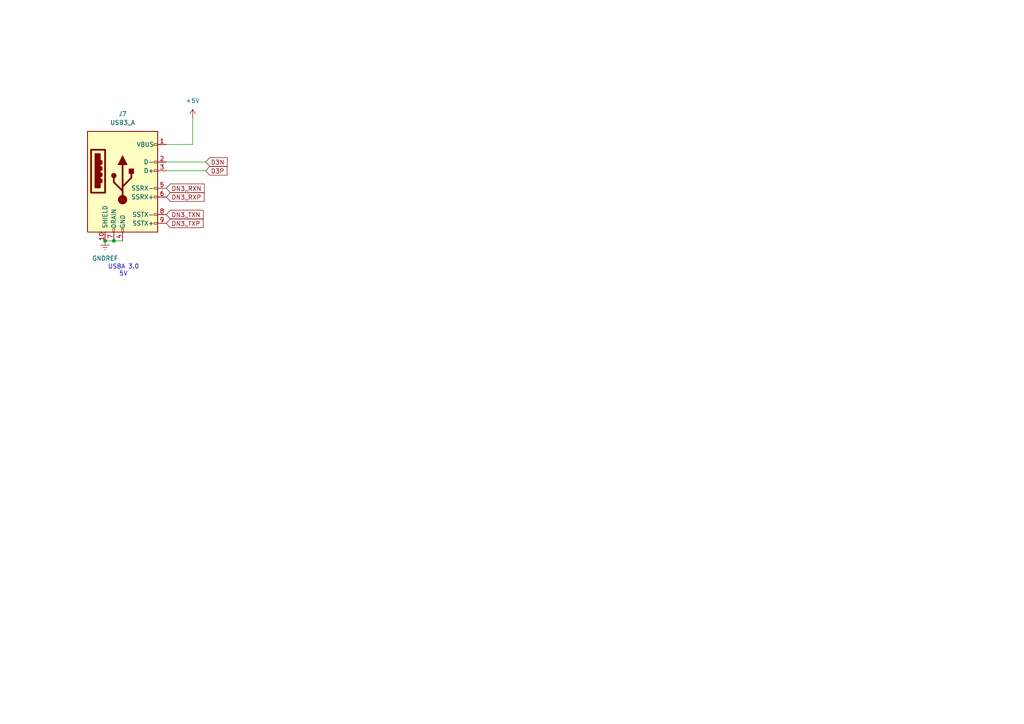
<source format=kicad_sch>
(kicad_sch
	(version 20250114)
	(generator "eeschema")
	(generator_version "9.0")
	(uuid "6973bcab-c347-4561-a067-e70956066dba")
	(paper "A4")
	(lib_symbols
		(symbol "Connector:USB3_A"
			(pin_names
				(offset 1.016)
			)
			(exclude_from_sim no)
			(in_bom yes)
			(on_board yes)
			(property "Reference" "J"
				(at -10.16 15.24 0)
				(effects
					(font
						(size 1.27 1.27)
					)
					(justify left)
				)
			)
			(property "Value" "USB3_A"
				(at 10.16 15.24 0)
				(effects
					(font
						(size 1.27 1.27)
					)
					(justify right)
				)
			)
			(property "Footprint" ""
				(at 3.81 2.54 0)
				(effects
					(font
						(size 1.27 1.27)
					)
					(hide yes)
				)
			)
			(property "Datasheet" "~"
				(at 3.81 2.54 0)
				(effects
					(font
						(size 1.27 1.27)
					)
					(hide yes)
				)
			)
			(property "Description" "USB 3.0 A connector"
				(at 0 0 0)
				(effects
					(font
						(size 1.27 1.27)
					)
					(hide yes)
				)
			)
			(property "ki_keywords" "usb universal serial bus"
				(at 0 0 0)
				(effects
					(font
						(size 1.27 1.27)
					)
					(hide yes)
				)
			)
			(property "ki_fp_filters" "USB3*"
				(at 0 0 0)
				(effects
					(font
						(size 1.27 1.27)
					)
					(hide yes)
				)
			)
			(symbol "USB3_A_0_0"
				(rectangle
					(start -9.144 8.636)
					(end -5.08 -3.81)
					(stroke
						(width 0.508)
						(type default)
					)
					(fill
						(type none)
					)
				)
				(rectangle
					(start -7.874 7.366)
					(end -6.604 -2.286)
					(stroke
						(width 0.508)
						(type default)
					)
					(fill
						(type outline)
					)
				)
				(rectangle
					(start -6.35 5.334)
					(end -6.096 4.572)
					(stroke
						(width 0.508)
						(type default)
					)
					(fill
						(type none)
					)
				)
				(rectangle
					(start -6.35 3.556)
					(end -6.096 2.794)
					(stroke
						(width 0.508)
						(type default)
					)
					(fill
						(type none)
					)
				)
				(rectangle
					(start -6.35 1.778)
					(end -6.096 1.016)
					(stroke
						(width 0.508)
						(type default)
					)
					(fill
						(type none)
					)
				)
				(rectangle
					(start -6.35 0)
					(end -6.096 -0.762)
					(stroke
						(width 0.508)
						(type default)
					)
					(fill
						(type none)
					)
				)
				(rectangle
					(start -2.794 -15.24)
					(end -2.286 -14.224)
					(stroke
						(width 0)
						(type default)
					)
					(fill
						(type none)
					)
				)
				(rectangle
					(start -0.254 -15.24)
					(end 0.254 -14.224)
					(stroke
						(width 0)
						(type default)
					)
					(fill
						(type none)
					)
				)
				(rectangle
					(start 10.16 10.414)
					(end 9.144 9.906)
					(stroke
						(width 0)
						(type default)
					)
					(fill
						(type none)
					)
				)
				(rectangle
					(start 10.16 5.334)
					(end 9.144 4.826)
					(stroke
						(width 0)
						(type default)
					)
					(fill
						(type none)
					)
				)
				(rectangle
					(start 10.16 2.794)
					(end 9.144 2.286)
					(stroke
						(width 0)
						(type default)
					)
					(fill
						(type none)
					)
				)
				(rectangle
					(start 10.16 -2.286)
					(end 9.144 -2.794)
					(stroke
						(width 0)
						(type default)
					)
					(fill
						(type none)
					)
				)
				(rectangle
					(start 10.16 -4.826)
					(end 9.144 -5.334)
					(stroke
						(width 0)
						(type default)
					)
					(fill
						(type none)
					)
				)
				(rectangle
					(start 10.16 -9.906)
					(end 9.144 -10.414)
					(stroke
						(width 0)
						(type default)
					)
					(fill
						(type none)
					)
				)
				(rectangle
					(start 10.16 -12.446)
					(end 9.144 -12.954)
					(stroke
						(width 0)
						(type default)
					)
					(fill
						(type none)
					)
				)
			)
			(symbol "USB3_A_0_1"
				(rectangle
					(start -10.16 13.97)
					(end 10.16 -15.24)
					(stroke
						(width 0.254)
						(type default)
					)
					(fill
						(type background)
					)
				)
			)
			(symbol "USB3_A_1_1"
				(circle
					(center -2.54 1.143)
					(radius 0.635)
					(stroke
						(width 0.254)
						(type default)
					)
					(fill
						(type outline)
					)
				)
				(polyline
					(pts
						(xy -1.27 4.318) (xy 0 6.858) (xy 1.27 4.318) (xy -1.27 4.318)
					)
					(stroke
						(width 0.254)
						(type default)
					)
					(fill
						(type outline)
					)
				)
				(polyline
					(pts
						(xy 0 -2.032) (xy 2.54 0.508) (xy 2.54 1.778)
					)
					(stroke
						(width 0.508)
						(type default)
					)
					(fill
						(type none)
					)
				)
				(polyline
					(pts
						(xy 0 -3.302) (xy -2.54 -0.762) (xy -2.54 0.508)
					)
					(stroke
						(width 0.508)
						(type default)
					)
					(fill
						(type none)
					)
				)
				(polyline
					(pts
						(xy 0 -5.842) (xy 0 4.318)
					)
					(stroke
						(width 0.508)
						(type default)
					)
					(fill
						(type none)
					)
				)
				(circle
					(center 0 -5.842)
					(radius 1.27)
					(stroke
						(width 0)
						(type default)
					)
					(fill
						(type outline)
					)
				)
				(rectangle
					(start 1.905 1.778)
					(end 3.175 3.048)
					(stroke
						(width 0.254)
						(type default)
					)
					(fill
						(type outline)
					)
				)
				(pin passive line
					(at -5.08 -17.78 90)
					(length 2.54)
					(name "SHIELD"
						(effects
							(font
								(size 1.27 1.27)
							)
						)
					)
					(number "10"
						(effects
							(font
								(size 1.27 1.27)
							)
						)
					)
				)
				(pin passive line
					(at -2.54 -17.78 90)
					(length 2.54)
					(name "DRAIN"
						(effects
							(font
								(size 1.27 1.27)
							)
						)
					)
					(number "7"
						(effects
							(font
								(size 1.27 1.27)
							)
						)
					)
				)
				(pin power_in line
					(at 0 -17.78 90)
					(length 2.54)
					(name "GND"
						(effects
							(font
								(size 1.27 1.27)
							)
						)
					)
					(number "4"
						(effects
							(font
								(size 1.27 1.27)
							)
						)
					)
				)
				(pin power_in line
					(at 12.7 10.16 180)
					(length 2.54)
					(name "VBUS"
						(effects
							(font
								(size 1.27 1.27)
							)
						)
					)
					(number "1"
						(effects
							(font
								(size 1.27 1.27)
							)
						)
					)
				)
				(pin bidirectional line
					(at 12.7 5.08 180)
					(length 2.54)
					(name "D-"
						(effects
							(font
								(size 1.27 1.27)
							)
						)
					)
					(number "2"
						(effects
							(font
								(size 1.27 1.27)
							)
						)
					)
				)
				(pin bidirectional line
					(at 12.7 2.54 180)
					(length 2.54)
					(name "D+"
						(effects
							(font
								(size 1.27 1.27)
							)
						)
					)
					(number "3"
						(effects
							(font
								(size 1.27 1.27)
							)
						)
					)
				)
				(pin output line
					(at 12.7 -2.54 180)
					(length 2.54)
					(name "SSRX-"
						(effects
							(font
								(size 1.27 1.27)
							)
						)
					)
					(number "5"
						(effects
							(font
								(size 1.27 1.27)
							)
						)
					)
				)
				(pin output line
					(at 12.7 -5.08 180)
					(length 2.54)
					(name "SSRX+"
						(effects
							(font
								(size 1.27 1.27)
							)
						)
					)
					(number "6"
						(effects
							(font
								(size 1.27 1.27)
							)
						)
					)
				)
				(pin input line
					(at 12.7 -10.16 180)
					(length 2.54)
					(name "SSTX-"
						(effects
							(font
								(size 1.27 1.27)
							)
						)
					)
					(number "8"
						(effects
							(font
								(size 1.27 1.27)
							)
						)
					)
				)
				(pin input line
					(at 12.7 -12.7 180)
					(length 2.54)
					(name "SSTX+"
						(effects
							(font
								(size 1.27 1.27)
							)
						)
					)
					(number "9"
						(effects
							(font
								(size 1.27 1.27)
							)
						)
					)
				)
			)
			(embedded_fonts no)
		)
		(symbol "power:+5V"
			(power)
			(pin_numbers
				(hide yes)
			)
			(pin_names
				(offset 0)
				(hide yes)
			)
			(exclude_from_sim no)
			(in_bom yes)
			(on_board yes)
			(property "Reference" "#PWR"
				(at 0 -3.81 0)
				(effects
					(font
						(size 1.27 1.27)
					)
					(hide yes)
				)
			)
			(property "Value" "+5V"
				(at 0 3.556 0)
				(effects
					(font
						(size 1.27 1.27)
					)
				)
			)
			(property "Footprint" ""
				(at 0 0 0)
				(effects
					(font
						(size 1.27 1.27)
					)
					(hide yes)
				)
			)
			(property "Datasheet" ""
				(at 0 0 0)
				(effects
					(font
						(size 1.27 1.27)
					)
					(hide yes)
				)
			)
			(property "Description" "Power symbol creates a global label with name \"+5V\""
				(at 0 0 0)
				(effects
					(font
						(size 1.27 1.27)
					)
					(hide yes)
				)
			)
			(property "ki_keywords" "global power"
				(at 0 0 0)
				(effects
					(font
						(size 1.27 1.27)
					)
					(hide yes)
				)
			)
			(symbol "+5V_0_1"
				(polyline
					(pts
						(xy -0.762 1.27) (xy 0 2.54)
					)
					(stroke
						(width 0)
						(type default)
					)
					(fill
						(type none)
					)
				)
				(polyline
					(pts
						(xy 0 2.54) (xy 0.762 1.27)
					)
					(stroke
						(width 0)
						(type default)
					)
					(fill
						(type none)
					)
				)
				(polyline
					(pts
						(xy 0 0) (xy 0 2.54)
					)
					(stroke
						(width 0)
						(type default)
					)
					(fill
						(type none)
					)
				)
			)
			(symbol "+5V_1_1"
				(pin power_in line
					(at 0 0 90)
					(length 0)
					(name "~"
						(effects
							(font
								(size 1.27 1.27)
							)
						)
					)
					(number "1"
						(effects
							(font
								(size 1.27 1.27)
							)
						)
					)
				)
			)
			(embedded_fonts no)
		)
		(symbol "power:GNDREF"
			(power)
			(pin_numbers
				(hide yes)
			)
			(pin_names
				(offset 0)
				(hide yes)
			)
			(exclude_from_sim no)
			(in_bom yes)
			(on_board yes)
			(property "Reference" "#PWR"
				(at 0 -6.35 0)
				(effects
					(font
						(size 1.27 1.27)
					)
					(hide yes)
				)
			)
			(property "Value" "GNDREF"
				(at 0 -3.81 0)
				(effects
					(font
						(size 1.27 1.27)
					)
				)
			)
			(property "Footprint" ""
				(at 0 0 0)
				(effects
					(font
						(size 1.27 1.27)
					)
					(hide yes)
				)
			)
			(property "Datasheet" ""
				(at 0 0 0)
				(effects
					(font
						(size 1.27 1.27)
					)
					(hide yes)
				)
			)
			(property "Description" "Power symbol creates a global label with name \"GNDREF\" , reference supply ground"
				(at 0 0 0)
				(effects
					(font
						(size 1.27 1.27)
					)
					(hide yes)
				)
			)
			(property "ki_keywords" "global power"
				(at 0 0 0)
				(effects
					(font
						(size 1.27 1.27)
					)
					(hide yes)
				)
			)
			(symbol "GNDREF_0_1"
				(polyline
					(pts
						(xy -0.635 -1.905) (xy 0.635 -1.905)
					)
					(stroke
						(width 0)
						(type default)
					)
					(fill
						(type none)
					)
				)
				(polyline
					(pts
						(xy -0.127 -2.54) (xy 0.127 -2.54)
					)
					(stroke
						(width 0)
						(type default)
					)
					(fill
						(type none)
					)
				)
				(polyline
					(pts
						(xy 0 -1.27) (xy 0 0)
					)
					(stroke
						(width 0)
						(type default)
					)
					(fill
						(type none)
					)
				)
				(polyline
					(pts
						(xy 1.27 -1.27) (xy -1.27 -1.27)
					)
					(stroke
						(width 0)
						(type default)
					)
					(fill
						(type none)
					)
				)
			)
			(symbol "GNDREF_1_1"
				(pin power_in line
					(at 0 0 270)
					(length 0)
					(name "~"
						(effects
							(font
								(size 1.27 1.27)
							)
						)
					)
					(number "1"
						(effects
							(font
								(size 1.27 1.27)
							)
						)
					)
				)
			)
			(embedded_fonts no)
		)
	)
	(text "USBA 3.0\n5V"
		(exclude_from_sim no)
		(at 35.814 78.486 0)
		(effects
			(font
				(size 1.27 1.27)
			)
		)
		(uuid "531643ca-97da-49ed-a5a8-02b97d877cdd")
	)
	(junction
		(at 30.48 69.85)
		(diameter 0)
		(color 0 0 0 0)
		(uuid "4cf36171-1fa5-4311-85e0-2da93747e45d")
	)
	(junction
		(at 33.02 69.85)
		(diameter 0)
		(color 0 0 0 0)
		(uuid "c5381bbd-1fe4-4966-b4aa-93268fe4245d")
	)
	(wire
		(pts
			(xy 30.48 69.85) (xy 33.02 69.85)
		)
		(stroke
			(width 0)
			(type default)
		)
		(uuid "01df50ac-5bca-4777-95dd-4e3f7ff9df41")
	)
	(wire
		(pts
			(xy 59.69 49.53) (xy 48.26 49.53)
		)
		(stroke
			(width 0)
			(type default)
		)
		(uuid "0c7ed9d5-1dfb-4994-9699-c21f77e98f03")
	)
	(wire
		(pts
			(xy 55.88 34.29) (xy 55.88 41.91)
		)
		(stroke
			(width 0)
			(type default)
		)
		(uuid "260bc529-9b4f-43a8-9bf2-670ee85da9e1")
	)
	(wire
		(pts
			(xy 33.02 69.85) (xy 35.56 69.85)
		)
		(stroke
			(width 0)
			(type default)
		)
		(uuid "5e81957a-2d07-4905-ad1e-3fde8387cff3")
	)
	(wire
		(pts
			(xy 59.69 46.99) (xy 48.26 46.99)
		)
		(stroke
			(width 0)
			(type default)
		)
		(uuid "6fd60522-abe1-40e3-8222-cdb6b7444193")
	)
	(wire
		(pts
			(xy 48.26 41.91) (xy 55.88 41.91)
		)
		(stroke
			(width 0)
			(type default)
		)
		(uuid "c7c2c22b-b589-4bae-b23c-167abfaf3930")
	)
	(global_label "DN3_RXP"
		(shape input)
		(at 48.26 57.15 0)
		(fields_autoplaced yes)
		(effects
			(font
				(size 1.27 1.27)
			)
			(justify left)
		)
		(uuid "08ad0099-d68f-4e7c-821c-b5aabb3525f1")
		(property "Intersheetrefs" "${INTERSHEET_REFS}"
			(at 59.7723 57.15 0)
			(effects
				(font
					(size 1.27 1.27)
				)
				(justify left)
				(hide yes)
			)
		)
	)
	(global_label "DN3_TXN"
		(shape input)
		(at 48.26 62.23 0)
		(fields_autoplaced yes)
		(effects
			(font
				(size 1.27 1.27)
			)
			(justify left)
		)
		(uuid "372b86f1-cf15-49a3-bf76-ce7150b38449")
		(property "Intersheetrefs" "${INTERSHEET_REFS}"
			(at 59.5304 62.23 0)
			(effects
				(font
					(size 1.27 1.27)
				)
				(justify left)
				(hide yes)
			)
		)
	)
	(global_label "D3P"
		(shape input)
		(at 59.69 49.53 0)
		(fields_autoplaced yes)
		(effects
			(font
				(size 1.27 1.27)
			)
			(justify left)
		)
		(uuid "76da79f0-79f2-43ae-9617-46a8c35a9b4b")
		(property "Intersheetrefs" "${INTERSHEET_REFS}"
			(at 66.4247 49.53 0)
			(effects
				(font
					(size 1.27 1.27)
				)
				(justify left)
				(hide yes)
			)
		)
	)
	(global_label "D3N"
		(shape input)
		(at 59.69 46.99 0)
		(fields_autoplaced yes)
		(effects
			(font
				(size 1.27 1.27)
			)
			(justify left)
		)
		(uuid "9df7efee-da2d-432b-b9f0-5476d9147dfc")
		(property "Intersheetrefs" "${INTERSHEET_REFS}"
			(at 66.4852 46.99 0)
			(effects
				(font
					(size 1.27 1.27)
				)
				(justify left)
				(hide yes)
			)
		)
	)
	(global_label "DN3_TXP"
		(shape input)
		(at 48.26 64.77 0)
		(fields_autoplaced yes)
		(effects
			(font
				(size 1.27 1.27)
			)
			(justify left)
		)
		(uuid "b53b0519-303a-4e2c-a2c4-830783f59f48")
		(property "Intersheetrefs" "${INTERSHEET_REFS}"
			(at 59.4699 64.77 0)
			(effects
				(font
					(size 1.27 1.27)
				)
				(justify left)
				(hide yes)
			)
		)
	)
	(global_label "DN3_RXN"
		(shape input)
		(at 48.26 54.61 0)
		(fields_autoplaced yes)
		(effects
			(font
				(size 1.27 1.27)
			)
			(justify left)
		)
		(uuid "c839b69f-3f04-4ff0-aab4-4d4084044009")
		(property "Intersheetrefs" "${INTERSHEET_REFS}"
			(at 59.8328 54.61 0)
			(effects
				(font
					(size 1.27 1.27)
				)
				(justify left)
				(hide yes)
			)
		)
	)
	(symbol
		(lib_id "power:GNDREF")
		(at 30.48 69.85 0)
		(unit 1)
		(exclude_from_sim no)
		(in_bom yes)
		(on_board yes)
		(dnp no)
		(fields_autoplaced yes)
		(uuid "3248af5e-02e9-431d-900f-ebe6aec0d493")
		(property "Reference" "#PWR025"
			(at 30.48 76.2 0)
			(effects
				(font
					(size 1.27 1.27)
				)
				(hide yes)
			)
		)
		(property "Value" "GNDREF"
			(at 30.48 74.93 0)
			(effects
				(font
					(size 1.27 1.27)
				)
			)
		)
		(property "Footprint" ""
			(at 30.48 69.85 0)
			(effects
				(font
					(size 1.27 1.27)
				)
				(hide yes)
			)
		)
		(property "Datasheet" ""
			(at 30.48 69.85 0)
			(effects
				(font
					(size 1.27 1.27)
				)
				(hide yes)
			)
		)
		(property "Description" "Power symbol creates a global label with name \"GNDREF\" , reference supply ground"
			(at 30.48 69.85 0)
			(effects
				(font
					(size 1.27 1.27)
				)
				(hide yes)
			)
		)
		(pin "1"
			(uuid "839adc62-8f9f-4d51-9b08-9f546f16b4db")
		)
		(instances
			(project ""
				(path "/6d9574af-18a2-4e68-aceb-f8599563ee21/46106a15-fbd0-4142-b6eb-26bd40cbbd6c"
					(reference "#PWR025")
					(unit 1)
				)
			)
		)
	)
	(symbol
		(lib_id "Connector:USB3_A")
		(at 35.56 52.07 0)
		(unit 1)
		(exclude_from_sim no)
		(in_bom yes)
		(on_board yes)
		(dnp no)
		(fields_autoplaced yes)
		(uuid "53714dad-a8cf-4c0a-a427-339548ad5b61")
		(property "Reference" "J7"
			(at 35.56 33.02 0)
			(effects
				(font
					(size 1.27 1.27)
				)
			)
		)
		(property "Value" "USB3_A"
			(at 35.56 35.56 0)
			(effects
				(font
					(size 1.27 1.27)
				)
			)
		)
		(property "Footprint" "Connector_USB:USB3_A_Molex_48393-001"
			(at 39.37 49.53 0)
			(effects
				(font
					(size 1.27 1.27)
				)
				(hide yes)
			)
		)
		(property "Datasheet" "~"
			(at 39.37 49.53 0)
			(effects
				(font
					(size 1.27 1.27)
				)
				(hide yes)
			)
		)
		(property "Description" "USB 3.0 A connector"
			(at 35.56 52.07 0)
			(effects
				(font
					(size 1.27 1.27)
				)
				(hide yes)
			)
		)
		(property "Adet" ""
			(at 35.56 52.07 0)
			(effects
				(font
					(size 1.27 1.27)
				)
			)
		)
		(property "Supplier" ""
			(at 35.56 52.07 0)
			(effects
				(font
					(size 1.27 1.27)
				)
			)
		)
		(property "Sim.Pins" ""
			(at 35.56 52.07 0)
			(effects
				(font
					(size 1.27 1.27)
				)
			)
		)
		(property "Digi-Key_PN" "GSB316441CEUTR-ND"
			(at 35.56 52.07 0)
			(effects
				(font
					(size 1.27 1.27)
				)
				(hide yes)
			)
		)
		(property "MPN" "GSB316441CEU"
			(at 35.56 52.07 0)
			(effects
				(font
					(size 1.27 1.27)
				)
				(hide yes)
			)
		)
		(pin "9"
			(uuid "1040c08c-a68b-40ba-9a8d-a9d33ae07b0a")
		)
		(pin "7"
			(uuid "c474fcd6-72d3-4c76-b56f-77c7f1f522d5")
		)
		(pin "8"
			(uuid "3dd3eb41-a14f-41d0-a1c8-82f1b1b59a92")
		)
		(pin "1"
			(uuid "b7b3bec9-b968-4188-867d-53aa0784785b")
		)
		(pin "6"
			(uuid "d136e142-24eb-47e0-b6eb-94a2d5ec9233")
		)
		(pin "4"
			(uuid "bbdc5610-2c09-423e-b3d5-9744434d2ef0")
		)
		(pin "2"
			(uuid "ffa470f9-06cb-427d-9ec6-d0a7a37176ed")
		)
		(pin "10"
			(uuid "ccf83d85-0982-48cf-8c88-41c995078d1c")
		)
		(pin "3"
			(uuid "1ba883e2-f249-4c2c-8d43-7d3898e1d04b")
		)
		(pin "5"
			(uuid "e9432f99-4e8b-4ee2-a08e-c0ac8a993b41")
		)
		(instances
			(project ""
				(path "/6d9574af-18a2-4e68-aceb-f8599563ee21/46106a15-fbd0-4142-b6eb-26bd40cbbd6c"
					(reference "J7")
					(unit 1)
				)
			)
		)
	)
	(symbol
		(lib_id "power:+5V")
		(at 55.88 34.29 0)
		(unit 1)
		(exclude_from_sim no)
		(in_bom yes)
		(on_board yes)
		(dnp no)
		(fields_autoplaced yes)
		(uuid "720aaf2c-2f02-40e7-bb5b-d1303a8e5036")
		(property "Reference" "#PWR035"
			(at 55.88 38.1 0)
			(effects
				(font
					(size 1.27 1.27)
				)
				(hide yes)
			)
		)
		(property "Value" "+5V"
			(at 55.88 29.21 0)
			(effects
				(font
					(size 1.27 1.27)
				)
			)
		)
		(property "Footprint" ""
			(at 55.88 34.29 0)
			(effects
				(font
					(size 1.27 1.27)
				)
				(hide yes)
			)
		)
		(property "Datasheet" ""
			(at 55.88 34.29 0)
			(effects
				(font
					(size 1.27 1.27)
				)
				(hide yes)
			)
		)
		(property "Description" "Power symbol creates a global label with name \"+5V\""
			(at 55.88 34.29 0)
			(effects
				(font
					(size 1.27 1.27)
				)
				(hide yes)
			)
		)
		(pin "1"
			(uuid "3125c672-eca2-4999-aa36-c1e22dcba4cb")
		)
		(instances
			(project "Usb 3.0"
				(path "/6d9574af-18a2-4e68-aceb-f8599563ee21/46106a15-fbd0-4142-b6eb-26bd40cbbd6c"
					(reference "#PWR035")
					(unit 1)
				)
			)
		)
	)
)

</source>
